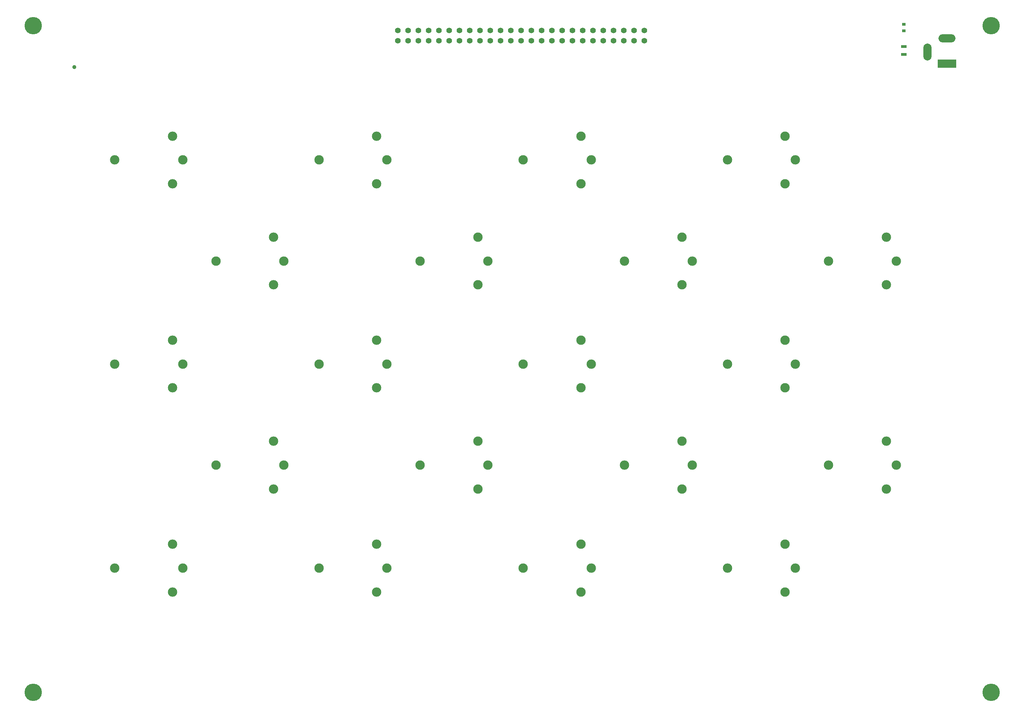
<source format=gts>
G04 #@! TF.GenerationSoftware,KiCad,Pcbnew,7.0.2*
G04 #@! TF.CreationDate,2023-08-30T10:55:47+01:00*
G04 #@! TF.ProjectId,Air quality project,41697220-7175-4616-9c69-74792070726f,rev?*
G04 #@! TF.SameCoordinates,Original*
G04 #@! TF.FileFunction,Soldermask,Top*
G04 #@! TF.FilePolarity,Negative*
%FSLAX45Y45*%
G04 Gerber Fmt 4.5, Leading zero omitted, Abs format (unit mm)*
G04 Created by KiCad (PCBNEW 7.0.2) date 2023-08-30 10:55:47*
%MOMM*%
%LPD*%
G01*
G04 APERTURE LIST*
%ADD10C,2.311400*%
%ADD11R,4.600000X2.000000*%
%ADD12O,4.200000X2.000000*%
%ADD13O,2.000000X4.200000*%
%ADD14C,1.000000*%
%ADD15C,4.300000*%
%ADD16R,1.397000X0.711200*%
%ADD17R,0.889000X0.762000*%
%ADD18C,1.397000*%
G04 APERTURE END LIST*
D10*
G04 #@! TO.C,P17*
X21078000Y-11440000D03*
X21330000Y-10850000D03*
X21078000Y-10260000D03*
X19650000Y-10850000D03*
G04 #@! TD*
G04 #@! TO.C,P13*
X16028000Y-16490000D03*
X16280000Y-15900000D03*
X16028000Y-15310000D03*
X14600000Y-15900000D03*
G04 #@! TD*
G04 #@! TO.C,P12*
X16028000Y-11440000D03*
X16280000Y-10850000D03*
X16028000Y-10260000D03*
X14600000Y-10850000D03*
G04 #@! TD*
G04 #@! TO.C,P14*
X18528000Y-8890000D03*
X18780000Y-8300000D03*
X18528000Y-7710000D03*
X17100000Y-8300000D03*
G04 #@! TD*
G04 #@! TO.C,P7*
X10978000Y-11440000D03*
X11230000Y-10850000D03*
X10978000Y-10260000D03*
X9550000Y-10850000D03*
G04 #@! TD*
G04 #@! TO.C,P16*
X21078000Y-6390000D03*
X21330000Y-5800000D03*
X21078000Y-5210000D03*
X19650000Y-5800000D03*
G04 #@! TD*
D11*
G04 #@! TO.C,J1*
X25080000Y-3421000D03*
D12*
X25080000Y-2791000D03*
D13*
X24600000Y-3131000D03*
G04 #@! TD*
D10*
G04 #@! TO.C,P15*
X18528000Y-13940000D03*
X18780000Y-13350000D03*
X18528000Y-12760000D03*
X17100000Y-13350000D03*
G04 #@! TD*
G04 #@! TO.C,P8*
X10978000Y-16490000D03*
X11230000Y-15900000D03*
X10978000Y-15310000D03*
X9550000Y-15900000D03*
G04 #@! TD*
D14*
G04 #@! TO.C,*
X3500000Y-3500000D03*
G04 #@! TD*
D15*
G04 #@! TO.C,M1*
X2481000Y-2483000D03*
G04 #@! TD*
G04 #@! TO.C,M2*
X26168000Y-2483000D03*
G04 #@! TD*
G04 #@! TO.C,M4*
X26168000Y-18968000D03*
G04 #@! TD*
D10*
G04 #@! TO.C,P19*
X22150000Y-8300000D03*
X23578000Y-7710000D03*
X23830000Y-8300000D03*
X23578000Y-8890000D03*
G04 #@! TD*
D16*
G04 #@! TO.C,R_LED1*
X24014000Y-2996000D03*
X24014000Y-3186500D03*
G04 #@! TD*
D10*
G04 #@! TO.C,P5*
X8428000Y-13940000D03*
X8680000Y-13350000D03*
X8428000Y-12760000D03*
X7000000Y-13350000D03*
G04 #@! TD*
G04 #@! TO.C,P10*
X13478000Y-13940000D03*
X13730000Y-13350000D03*
X13478000Y-12760000D03*
X12050000Y-13350000D03*
G04 #@! TD*
G04 #@! TO.C,P3*
X5928000Y-16490000D03*
X6180000Y-15900000D03*
X5928000Y-15310000D03*
X4500000Y-15900000D03*
G04 #@! TD*
D17*
G04 #@! TO.C,LED1*
X24011000Y-2606100D03*
X24011000Y-2441000D03*
G04 #@! TD*
D10*
G04 #@! TO.C,P11*
X16028000Y-6390000D03*
X16280000Y-5800000D03*
X16028000Y-5210000D03*
X14600000Y-5800000D03*
G04 #@! TD*
G04 #@! TO.C,P18*
X21078000Y-16490000D03*
X21330000Y-15900000D03*
X21078000Y-15310000D03*
X19650000Y-15900000D03*
G04 #@! TD*
G04 #@! TO.C,P1*
X5928000Y-6390000D03*
X6180000Y-5800000D03*
X5928000Y-5210000D03*
X4500000Y-5800000D03*
G04 #@! TD*
G04 #@! TO.C,P2*
X5928000Y-11440000D03*
X6180000Y-10850000D03*
X5928000Y-10260000D03*
X4500000Y-10850000D03*
G04 #@! TD*
D18*
G04 #@! TO.C,J2*
X17596000Y-2854000D03*
X17596000Y-2600000D03*
X17342000Y-2854000D03*
X17342000Y-2600000D03*
X17088000Y-2854000D03*
X17088000Y-2600000D03*
X16834000Y-2854000D03*
X16834000Y-2600000D03*
X16580000Y-2854000D03*
X16580000Y-2600000D03*
X16326000Y-2854000D03*
X16326000Y-2600000D03*
X16072000Y-2854000D03*
X16072000Y-2600000D03*
X15818000Y-2854000D03*
X15818000Y-2600000D03*
X15564000Y-2854000D03*
X15564000Y-2600000D03*
X15310000Y-2854000D03*
X15310000Y-2600000D03*
X15056000Y-2854000D03*
X15056000Y-2600000D03*
X14802000Y-2854000D03*
X14802000Y-2600000D03*
X14548000Y-2854000D03*
X14548000Y-2600000D03*
X14294000Y-2854000D03*
X14294000Y-2600000D03*
X14040000Y-2854000D03*
X14040000Y-2600000D03*
X13786000Y-2854000D03*
X13786000Y-2600000D03*
X13532000Y-2854000D03*
X13532000Y-2600000D03*
X13278000Y-2854000D03*
X13278000Y-2600000D03*
X13024000Y-2854000D03*
X13024000Y-2600000D03*
X12770000Y-2854000D03*
X12770000Y-2600000D03*
X12516000Y-2854000D03*
X12516000Y-2600000D03*
X12262000Y-2854000D03*
X12262000Y-2600000D03*
X12008000Y-2854000D03*
X12008000Y-2600000D03*
X11754000Y-2854000D03*
X11754000Y-2600000D03*
X11500000Y-2854000D03*
X11500000Y-2600000D03*
G04 #@! TD*
D10*
G04 #@! TO.C,P6*
X10978000Y-6390000D03*
X11230000Y-5800000D03*
X10978000Y-5210000D03*
X9550000Y-5800000D03*
G04 #@! TD*
G04 #@! TO.C,P9*
X13478000Y-8890000D03*
X13730000Y-8300000D03*
X13478000Y-7710000D03*
X12050000Y-8300000D03*
G04 #@! TD*
G04 #@! TO.C,P20*
X23578000Y-13940000D03*
X23830000Y-13350000D03*
X23578000Y-12760000D03*
X22150000Y-13350000D03*
G04 #@! TD*
G04 #@! TO.C,P4*
X8428000Y-8890000D03*
X8680000Y-8300000D03*
X8428000Y-7710000D03*
X7000000Y-8300000D03*
G04 #@! TD*
D15*
G04 #@! TO.C,M3*
X2479000Y-18969000D03*
G04 #@! TD*
M02*

</source>
